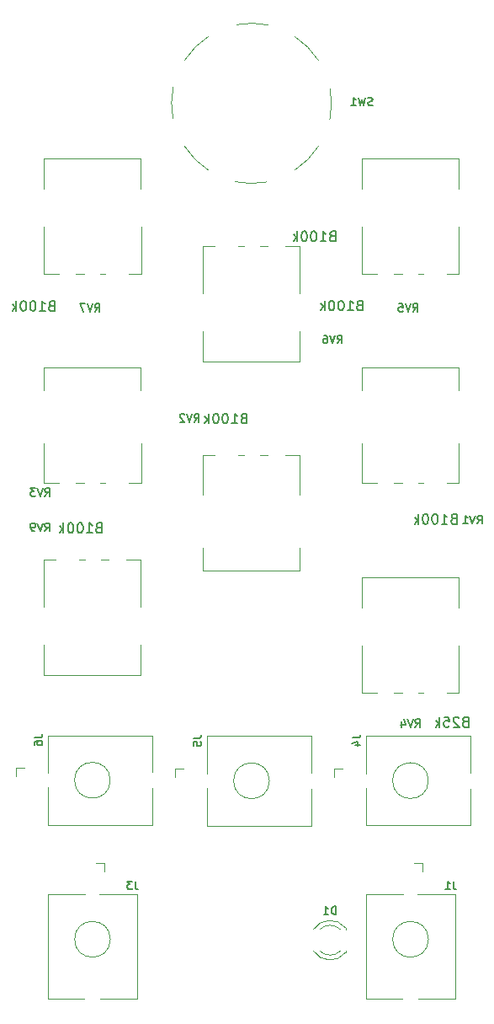
<source format=gbr>
%TF.GenerationSoftware,KiCad,Pcbnew,9.0.6*%
%TF.CreationDate,2025-12-30T09:15:01+01:00*%
%TF.ProjectId,FV1 V3,46563120-5633-42e6-9b69-6361645f7063,rev?*%
%TF.SameCoordinates,Original*%
%TF.FileFunction,Legend,Bot*%
%TF.FilePolarity,Positive*%
%FSLAX46Y46*%
G04 Gerber Fmt 4.6, Leading zero omitted, Abs format (unit mm)*
G04 Created by KiCad (PCBNEW 9.0.6) date 2025-12-30 09:15:01*
%MOMM*%
%LPD*%
G01*
G04 APERTURE LIST*
%ADD10C,0.150000*%
%ADD11C,0.120000*%
G04 APERTURE END LIST*
D10*
X189726189Y-96912295D02*
X189992856Y-96531342D01*
X190183332Y-96912295D02*
X190183332Y-96112295D01*
X190183332Y-96112295D02*
X189878570Y-96112295D01*
X189878570Y-96112295D02*
X189802380Y-96150390D01*
X189802380Y-96150390D02*
X189764285Y-96188485D01*
X189764285Y-96188485D02*
X189726189Y-96264676D01*
X189726189Y-96264676D02*
X189726189Y-96378961D01*
X189726189Y-96378961D02*
X189764285Y-96455152D01*
X189764285Y-96455152D02*
X189802380Y-96493247D01*
X189802380Y-96493247D02*
X189878570Y-96531342D01*
X189878570Y-96531342D02*
X190183332Y-96531342D01*
X189497618Y-96112295D02*
X189230951Y-96912295D01*
X189230951Y-96912295D02*
X188964285Y-96112295D01*
X188278571Y-96912295D02*
X188735714Y-96912295D01*
X188507142Y-96912295D02*
X188507142Y-96112295D01*
X188507142Y-96112295D02*
X188583333Y-96226580D01*
X188583333Y-96226580D02*
X188659523Y-96302771D01*
X188659523Y-96302771D02*
X188735714Y-96340866D01*
X187311904Y-96431009D02*
X187169047Y-96478628D01*
X187169047Y-96478628D02*
X187121428Y-96526247D01*
X187121428Y-96526247D02*
X187073809Y-96621485D01*
X187073809Y-96621485D02*
X187073809Y-96764342D01*
X187073809Y-96764342D02*
X187121428Y-96859580D01*
X187121428Y-96859580D02*
X187169047Y-96907200D01*
X187169047Y-96907200D02*
X187264285Y-96954819D01*
X187264285Y-96954819D02*
X187645237Y-96954819D01*
X187645237Y-96954819D02*
X187645237Y-95954819D01*
X187645237Y-95954819D02*
X187311904Y-95954819D01*
X187311904Y-95954819D02*
X187216666Y-96002438D01*
X187216666Y-96002438D02*
X187169047Y-96050057D01*
X187169047Y-96050057D02*
X187121428Y-96145295D01*
X187121428Y-96145295D02*
X187121428Y-96240533D01*
X187121428Y-96240533D02*
X187169047Y-96335771D01*
X187169047Y-96335771D02*
X187216666Y-96383390D01*
X187216666Y-96383390D02*
X187311904Y-96431009D01*
X187311904Y-96431009D02*
X187645237Y-96431009D01*
X186121428Y-96954819D02*
X186692856Y-96954819D01*
X186407142Y-96954819D02*
X186407142Y-95954819D01*
X186407142Y-95954819D02*
X186502380Y-96097676D01*
X186502380Y-96097676D02*
X186597618Y-96192914D01*
X186597618Y-96192914D02*
X186692856Y-96240533D01*
X185502380Y-95954819D02*
X185407142Y-95954819D01*
X185407142Y-95954819D02*
X185311904Y-96002438D01*
X185311904Y-96002438D02*
X185264285Y-96050057D01*
X185264285Y-96050057D02*
X185216666Y-96145295D01*
X185216666Y-96145295D02*
X185169047Y-96335771D01*
X185169047Y-96335771D02*
X185169047Y-96573866D01*
X185169047Y-96573866D02*
X185216666Y-96764342D01*
X185216666Y-96764342D02*
X185264285Y-96859580D01*
X185264285Y-96859580D02*
X185311904Y-96907200D01*
X185311904Y-96907200D02*
X185407142Y-96954819D01*
X185407142Y-96954819D02*
X185502380Y-96954819D01*
X185502380Y-96954819D02*
X185597618Y-96907200D01*
X185597618Y-96907200D02*
X185645237Y-96859580D01*
X185645237Y-96859580D02*
X185692856Y-96764342D01*
X185692856Y-96764342D02*
X185740475Y-96573866D01*
X185740475Y-96573866D02*
X185740475Y-96335771D01*
X185740475Y-96335771D02*
X185692856Y-96145295D01*
X185692856Y-96145295D02*
X185645237Y-96050057D01*
X185645237Y-96050057D02*
X185597618Y-96002438D01*
X185597618Y-96002438D02*
X185502380Y-95954819D01*
X184549999Y-95954819D02*
X184454761Y-95954819D01*
X184454761Y-95954819D02*
X184359523Y-96002438D01*
X184359523Y-96002438D02*
X184311904Y-96050057D01*
X184311904Y-96050057D02*
X184264285Y-96145295D01*
X184264285Y-96145295D02*
X184216666Y-96335771D01*
X184216666Y-96335771D02*
X184216666Y-96573866D01*
X184216666Y-96573866D02*
X184264285Y-96764342D01*
X184264285Y-96764342D02*
X184311904Y-96859580D01*
X184311904Y-96859580D02*
X184359523Y-96907200D01*
X184359523Y-96907200D02*
X184454761Y-96954819D01*
X184454761Y-96954819D02*
X184549999Y-96954819D01*
X184549999Y-96954819D02*
X184645237Y-96907200D01*
X184645237Y-96907200D02*
X184692856Y-96859580D01*
X184692856Y-96859580D02*
X184740475Y-96764342D01*
X184740475Y-96764342D02*
X184788094Y-96573866D01*
X184788094Y-96573866D02*
X184788094Y-96335771D01*
X184788094Y-96335771D02*
X184740475Y-96145295D01*
X184740475Y-96145295D02*
X184692856Y-96050057D01*
X184692856Y-96050057D02*
X184645237Y-96002438D01*
X184645237Y-96002438D02*
X184549999Y-95954819D01*
X183788094Y-96954819D02*
X183788094Y-95954819D01*
X183692856Y-96573866D02*
X183407142Y-96954819D01*
X183407142Y-96288152D02*
X183788094Y-96669104D01*
X161226189Y-86712295D02*
X161492856Y-86331342D01*
X161683332Y-86712295D02*
X161683332Y-85912295D01*
X161683332Y-85912295D02*
X161378570Y-85912295D01*
X161378570Y-85912295D02*
X161302380Y-85950390D01*
X161302380Y-85950390D02*
X161264285Y-85988485D01*
X161264285Y-85988485D02*
X161226189Y-86064676D01*
X161226189Y-86064676D02*
X161226189Y-86178961D01*
X161226189Y-86178961D02*
X161264285Y-86255152D01*
X161264285Y-86255152D02*
X161302380Y-86293247D01*
X161302380Y-86293247D02*
X161378570Y-86331342D01*
X161378570Y-86331342D02*
X161683332Y-86331342D01*
X160997618Y-85912295D02*
X160730951Y-86712295D01*
X160730951Y-86712295D02*
X160464285Y-85912295D01*
X160235714Y-85988485D02*
X160197618Y-85950390D01*
X160197618Y-85950390D02*
X160121428Y-85912295D01*
X160121428Y-85912295D02*
X159930952Y-85912295D01*
X159930952Y-85912295D02*
X159854761Y-85950390D01*
X159854761Y-85950390D02*
X159816666Y-85988485D01*
X159816666Y-85988485D02*
X159778571Y-86064676D01*
X159778571Y-86064676D02*
X159778571Y-86140866D01*
X159778571Y-86140866D02*
X159816666Y-86255152D01*
X159816666Y-86255152D02*
X160273809Y-86712295D01*
X160273809Y-86712295D02*
X159778571Y-86712295D01*
X166211904Y-86331009D02*
X166069047Y-86378628D01*
X166069047Y-86378628D02*
X166021428Y-86426247D01*
X166021428Y-86426247D02*
X165973809Y-86521485D01*
X165973809Y-86521485D02*
X165973809Y-86664342D01*
X165973809Y-86664342D02*
X166021428Y-86759580D01*
X166021428Y-86759580D02*
X166069047Y-86807200D01*
X166069047Y-86807200D02*
X166164285Y-86854819D01*
X166164285Y-86854819D02*
X166545237Y-86854819D01*
X166545237Y-86854819D02*
X166545237Y-85854819D01*
X166545237Y-85854819D02*
X166211904Y-85854819D01*
X166211904Y-85854819D02*
X166116666Y-85902438D01*
X166116666Y-85902438D02*
X166069047Y-85950057D01*
X166069047Y-85950057D02*
X166021428Y-86045295D01*
X166021428Y-86045295D02*
X166021428Y-86140533D01*
X166021428Y-86140533D02*
X166069047Y-86235771D01*
X166069047Y-86235771D02*
X166116666Y-86283390D01*
X166116666Y-86283390D02*
X166211904Y-86331009D01*
X166211904Y-86331009D02*
X166545237Y-86331009D01*
X165021428Y-86854819D02*
X165592856Y-86854819D01*
X165307142Y-86854819D02*
X165307142Y-85854819D01*
X165307142Y-85854819D02*
X165402380Y-85997676D01*
X165402380Y-85997676D02*
X165497618Y-86092914D01*
X165497618Y-86092914D02*
X165592856Y-86140533D01*
X164402380Y-85854819D02*
X164307142Y-85854819D01*
X164307142Y-85854819D02*
X164211904Y-85902438D01*
X164211904Y-85902438D02*
X164164285Y-85950057D01*
X164164285Y-85950057D02*
X164116666Y-86045295D01*
X164116666Y-86045295D02*
X164069047Y-86235771D01*
X164069047Y-86235771D02*
X164069047Y-86473866D01*
X164069047Y-86473866D02*
X164116666Y-86664342D01*
X164116666Y-86664342D02*
X164164285Y-86759580D01*
X164164285Y-86759580D02*
X164211904Y-86807200D01*
X164211904Y-86807200D02*
X164307142Y-86854819D01*
X164307142Y-86854819D02*
X164402380Y-86854819D01*
X164402380Y-86854819D02*
X164497618Y-86807200D01*
X164497618Y-86807200D02*
X164545237Y-86759580D01*
X164545237Y-86759580D02*
X164592856Y-86664342D01*
X164592856Y-86664342D02*
X164640475Y-86473866D01*
X164640475Y-86473866D02*
X164640475Y-86235771D01*
X164640475Y-86235771D02*
X164592856Y-86045295D01*
X164592856Y-86045295D02*
X164545237Y-85950057D01*
X164545237Y-85950057D02*
X164497618Y-85902438D01*
X164497618Y-85902438D02*
X164402380Y-85854819D01*
X163449999Y-85854819D02*
X163354761Y-85854819D01*
X163354761Y-85854819D02*
X163259523Y-85902438D01*
X163259523Y-85902438D02*
X163211904Y-85950057D01*
X163211904Y-85950057D02*
X163164285Y-86045295D01*
X163164285Y-86045295D02*
X163116666Y-86235771D01*
X163116666Y-86235771D02*
X163116666Y-86473866D01*
X163116666Y-86473866D02*
X163164285Y-86664342D01*
X163164285Y-86664342D02*
X163211904Y-86759580D01*
X163211904Y-86759580D02*
X163259523Y-86807200D01*
X163259523Y-86807200D02*
X163354761Y-86854819D01*
X163354761Y-86854819D02*
X163449999Y-86854819D01*
X163449999Y-86854819D02*
X163545237Y-86807200D01*
X163545237Y-86807200D02*
X163592856Y-86759580D01*
X163592856Y-86759580D02*
X163640475Y-86664342D01*
X163640475Y-86664342D02*
X163688094Y-86473866D01*
X163688094Y-86473866D02*
X163688094Y-86235771D01*
X163688094Y-86235771D02*
X163640475Y-86045295D01*
X163640475Y-86045295D02*
X163592856Y-85950057D01*
X163592856Y-85950057D02*
X163545237Y-85902438D01*
X163545237Y-85902438D02*
X163449999Y-85854819D01*
X162688094Y-86854819D02*
X162688094Y-85854819D01*
X162592856Y-86473866D02*
X162307142Y-86854819D01*
X162307142Y-86188152D02*
X162688094Y-86569104D01*
X175626189Y-78812295D02*
X175892856Y-78431342D01*
X176083332Y-78812295D02*
X176083332Y-78012295D01*
X176083332Y-78012295D02*
X175778570Y-78012295D01*
X175778570Y-78012295D02*
X175702380Y-78050390D01*
X175702380Y-78050390D02*
X175664285Y-78088485D01*
X175664285Y-78088485D02*
X175626189Y-78164676D01*
X175626189Y-78164676D02*
X175626189Y-78278961D01*
X175626189Y-78278961D02*
X175664285Y-78355152D01*
X175664285Y-78355152D02*
X175702380Y-78393247D01*
X175702380Y-78393247D02*
X175778570Y-78431342D01*
X175778570Y-78431342D02*
X176083332Y-78431342D01*
X175397618Y-78012295D02*
X175130951Y-78812295D01*
X175130951Y-78812295D02*
X174864285Y-78012295D01*
X174254761Y-78012295D02*
X174407142Y-78012295D01*
X174407142Y-78012295D02*
X174483333Y-78050390D01*
X174483333Y-78050390D02*
X174521428Y-78088485D01*
X174521428Y-78088485D02*
X174597618Y-78202771D01*
X174597618Y-78202771D02*
X174635714Y-78355152D01*
X174635714Y-78355152D02*
X174635714Y-78659914D01*
X174635714Y-78659914D02*
X174597618Y-78736104D01*
X174597618Y-78736104D02*
X174559523Y-78774200D01*
X174559523Y-78774200D02*
X174483333Y-78812295D01*
X174483333Y-78812295D02*
X174330952Y-78812295D01*
X174330952Y-78812295D02*
X174254761Y-78774200D01*
X174254761Y-78774200D02*
X174216666Y-78736104D01*
X174216666Y-78736104D02*
X174178571Y-78659914D01*
X174178571Y-78659914D02*
X174178571Y-78469438D01*
X174178571Y-78469438D02*
X174216666Y-78393247D01*
X174216666Y-78393247D02*
X174254761Y-78355152D01*
X174254761Y-78355152D02*
X174330952Y-78317057D01*
X174330952Y-78317057D02*
X174483333Y-78317057D01*
X174483333Y-78317057D02*
X174559523Y-78355152D01*
X174559523Y-78355152D02*
X174597618Y-78393247D01*
X174597618Y-78393247D02*
X174635714Y-78469438D01*
X175111904Y-68031009D02*
X174969047Y-68078628D01*
X174969047Y-68078628D02*
X174921428Y-68126247D01*
X174921428Y-68126247D02*
X174873809Y-68221485D01*
X174873809Y-68221485D02*
X174873809Y-68364342D01*
X174873809Y-68364342D02*
X174921428Y-68459580D01*
X174921428Y-68459580D02*
X174969047Y-68507200D01*
X174969047Y-68507200D02*
X175064285Y-68554819D01*
X175064285Y-68554819D02*
X175445237Y-68554819D01*
X175445237Y-68554819D02*
X175445237Y-67554819D01*
X175445237Y-67554819D02*
X175111904Y-67554819D01*
X175111904Y-67554819D02*
X175016666Y-67602438D01*
X175016666Y-67602438D02*
X174969047Y-67650057D01*
X174969047Y-67650057D02*
X174921428Y-67745295D01*
X174921428Y-67745295D02*
X174921428Y-67840533D01*
X174921428Y-67840533D02*
X174969047Y-67935771D01*
X174969047Y-67935771D02*
X175016666Y-67983390D01*
X175016666Y-67983390D02*
X175111904Y-68031009D01*
X175111904Y-68031009D02*
X175445237Y-68031009D01*
X173921428Y-68554819D02*
X174492856Y-68554819D01*
X174207142Y-68554819D02*
X174207142Y-67554819D01*
X174207142Y-67554819D02*
X174302380Y-67697676D01*
X174302380Y-67697676D02*
X174397618Y-67792914D01*
X174397618Y-67792914D02*
X174492856Y-67840533D01*
X173302380Y-67554819D02*
X173207142Y-67554819D01*
X173207142Y-67554819D02*
X173111904Y-67602438D01*
X173111904Y-67602438D02*
X173064285Y-67650057D01*
X173064285Y-67650057D02*
X173016666Y-67745295D01*
X173016666Y-67745295D02*
X172969047Y-67935771D01*
X172969047Y-67935771D02*
X172969047Y-68173866D01*
X172969047Y-68173866D02*
X173016666Y-68364342D01*
X173016666Y-68364342D02*
X173064285Y-68459580D01*
X173064285Y-68459580D02*
X173111904Y-68507200D01*
X173111904Y-68507200D02*
X173207142Y-68554819D01*
X173207142Y-68554819D02*
X173302380Y-68554819D01*
X173302380Y-68554819D02*
X173397618Y-68507200D01*
X173397618Y-68507200D02*
X173445237Y-68459580D01*
X173445237Y-68459580D02*
X173492856Y-68364342D01*
X173492856Y-68364342D02*
X173540475Y-68173866D01*
X173540475Y-68173866D02*
X173540475Y-67935771D01*
X173540475Y-67935771D02*
X173492856Y-67745295D01*
X173492856Y-67745295D02*
X173445237Y-67650057D01*
X173445237Y-67650057D02*
X173397618Y-67602438D01*
X173397618Y-67602438D02*
X173302380Y-67554819D01*
X172349999Y-67554819D02*
X172254761Y-67554819D01*
X172254761Y-67554819D02*
X172159523Y-67602438D01*
X172159523Y-67602438D02*
X172111904Y-67650057D01*
X172111904Y-67650057D02*
X172064285Y-67745295D01*
X172064285Y-67745295D02*
X172016666Y-67935771D01*
X172016666Y-67935771D02*
X172016666Y-68173866D01*
X172016666Y-68173866D02*
X172064285Y-68364342D01*
X172064285Y-68364342D02*
X172111904Y-68459580D01*
X172111904Y-68459580D02*
X172159523Y-68507200D01*
X172159523Y-68507200D02*
X172254761Y-68554819D01*
X172254761Y-68554819D02*
X172349999Y-68554819D01*
X172349999Y-68554819D02*
X172445237Y-68507200D01*
X172445237Y-68507200D02*
X172492856Y-68459580D01*
X172492856Y-68459580D02*
X172540475Y-68364342D01*
X172540475Y-68364342D02*
X172588094Y-68173866D01*
X172588094Y-68173866D02*
X172588094Y-67935771D01*
X172588094Y-67935771D02*
X172540475Y-67745295D01*
X172540475Y-67745295D02*
X172492856Y-67650057D01*
X172492856Y-67650057D02*
X172445237Y-67602438D01*
X172445237Y-67602438D02*
X172349999Y-67554819D01*
X171588094Y-68554819D02*
X171588094Y-67554819D01*
X171492856Y-68173866D02*
X171207142Y-68554819D01*
X171207142Y-67888152D02*
X171588094Y-68269104D01*
X151234189Y-75642295D02*
X151500856Y-75261342D01*
X151691332Y-75642295D02*
X151691332Y-74842295D01*
X151691332Y-74842295D02*
X151386570Y-74842295D01*
X151386570Y-74842295D02*
X151310380Y-74880390D01*
X151310380Y-74880390D02*
X151272285Y-74918485D01*
X151272285Y-74918485D02*
X151234189Y-74994676D01*
X151234189Y-74994676D02*
X151234189Y-75108961D01*
X151234189Y-75108961D02*
X151272285Y-75185152D01*
X151272285Y-75185152D02*
X151310380Y-75223247D01*
X151310380Y-75223247D02*
X151386570Y-75261342D01*
X151386570Y-75261342D02*
X151691332Y-75261342D01*
X151005618Y-74842295D02*
X150738951Y-75642295D01*
X150738951Y-75642295D02*
X150472285Y-74842295D01*
X150281809Y-74842295D02*
X149748475Y-74842295D01*
X149748475Y-74842295D02*
X150091333Y-75642295D01*
X146861904Y-75031009D02*
X146719047Y-75078628D01*
X146719047Y-75078628D02*
X146671428Y-75126247D01*
X146671428Y-75126247D02*
X146623809Y-75221485D01*
X146623809Y-75221485D02*
X146623809Y-75364342D01*
X146623809Y-75364342D02*
X146671428Y-75459580D01*
X146671428Y-75459580D02*
X146719047Y-75507200D01*
X146719047Y-75507200D02*
X146814285Y-75554819D01*
X146814285Y-75554819D02*
X147195237Y-75554819D01*
X147195237Y-75554819D02*
X147195237Y-74554819D01*
X147195237Y-74554819D02*
X146861904Y-74554819D01*
X146861904Y-74554819D02*
X146766666Y-74602438D01*
X146766666Y-74602438D02*
X146719047Y-74650057D01*
X146719047Y-74650057D02*
X146671428Y-74745295D01*
X146671428Y-74745295D02*
X146671428Y-74840533D01*
X146671428Y-74840533D02*
X146719047Y-74935771D01*
X146719047Y-74935771D02*
X146766666Y-74983390D01*
X146766666Y-74983390D02*
X146861904Y-75031009D01*
X146861904Y-75031009D02*
X147195237Y-75031009D01*
X145671428Y-75554819D02*
X146242856Y-75554819D01*
X145957142Y-75554819D02*
X145957142Y-74554819D01*
X145957142Y-74554819D02*
X146052380Y-74697676D01*
X146052380Y-74697676D02*
X146147618Y-74792914D01*
X146147618Y-74792914D02*
X146242856Y-74840533D01*
X145052380Y-74554819D02*
X144957142Y-74554819D01*
X144957142Y-74554819D02*
X144861904Y-74602438D01*
X144861904Y-74602438D02*
X144814285Y-74650057D01*
X144814285Y-74650057D02*
X144766666Y-74745295D01*
X144766666Y-74745295D02*
X144719047Y-74935771D01*
X144719047Y-74935771D02*
X144719047Y-75173866D01*
X144719047Y-75173866D02*
X144766666Y-75364342D01*
X144766666Y-75364342D02*
X144814285Y-75459580D01*
X144814285Y-75459580D02*
X144861904Y-75507200D01*
X144861904Y-75507200D02*
X144957142Y-75554819D01*
X144957142Y-75554819D02*
X145052380Y-75554819D01*
X145052380Y-75554819D02*
X145147618Y-75507200D01*
X145147618Y-75507200D02*
X145195237Y-75459580D01*
X145195237Y-75459580D02*
X145242856Y-75364342D01*
X145242856Y-75364342D02*
X145290475Y-75173866D01*
X145290475Y-75173866D02*
X145290475Y-74935771D01*
X145290475Y-74935771D02*
X145242856Y-74745295D01*
X145242856Y-74745295D02*
X145195237Y-74650057D01*
X145195237Y-74650057D02*
X145147618Y-74602438D01*
X145147618Y-74602438D02*
X145052380Y-74554819D01*
X144099999Y-74554819D02*
X144004761Y-74554819D01*
X144004761Y-74554819D02*
X143909523Y-74602438D01*
X143909523Y-74602438D02*
X143861904Y-74650057D01*
X143861904Y-74650057D02*
X143814285Y-74745295D01*
X143814285Y-74745295D02*
X143766666Y-74935771D01*
X143766666Y-74935771D02*
X143766666Y-75173866D01*
X143766666Y-75173866D02*
X143814285Y-75364342D01*
X143814285Y-75364342D02*
X143861904Y-75459580D01*
X143861904Y-75459580D02*
X143909523Y-75507200D01*
X143909523Y-75507200D02*
X144004761Y-75554819D01*
X144004761Y-75554819D02*
X144099999Y-75554819D01*
X144099999Y-75554819D02*
X144195237Y-75507200D01*
X144195237Y-75507200D02*
X144242856Y-75459580D01*
X144242856Y-75459580D02*
X144290475Y-75364342D01*
X144290475Y-75364342D02*
X144338094Y-75173866D01*
X144338094Y-75173866D02*
X144338094Y-74935771D01*
X144338094Y-74935771D02*
X144290475Y-74745295D01*
X144290475Y-74745295D02*
X144242856Y-74650057D01*
X144242856Y-74650057D02*
X144195237Y-74602438D01*
X144195237Y-74602438D02*
X144099999Y-74554819D01*
X143338094Y-75554819D02*
X143338094Y-74554819D01*
X143242856Y-75173866D02*
X142957142Y-75554819D01*
X142957142Y-74888152D02*
X143338094Y-75269104D01*
X187296666Y-132842295D02*
X187296666Y-133413723D01*
X187296666Y-133413723D02*
X187334761Y-133528009D01*
X187334761Y-133528009D02*
X187410952Y-133604200D01*
X187410952Y-133604200D02*
X187525237Y-133642295D01*
X187525237Y-133642295D02*
X187601428Y-133642295D01*
X186496666Y-133642295D02*
X186953809Y-133642295D01*
X186725237Y-133642295D02*
X186725237Y-132842295D01*
X186725237Y-132842295D02*
X186801428Y-132956580D01*
X186801428Y-132956580D02*
X186877618Y-133032771D01*
X186877618Y-133032771D02*
X186953809Y-133070866D01*
X155296666Y-132842295D02*
X155296666Y-133413723D01*
X155296666Y-133413723D02*
X155334761Y-133528009D01*
X155334761Y-133528009D02*
X155410952Y-133604200D01*
X155410952Y-133604200D02*
X155525237Y-133642295D01*
X155525237Y-133642295D02*
X155601428Y-133642295D01*
X154991904Y-132842295D02*
X154496666Y-132842295D01*
X154496666Y-132842295D02*
X154763332Y-133147057D01*
X154763332Y-133147057D02*
X154649047Y-133147057D01*
X154649047Y-133147057D02*
X154572856Y-133185152D01*
X154572856Y-133185152D02*
X154534761Y-133223247D01*
X154534761Y-133223247D02*
X154496666Y-133299438D01*
X154496666Y-133299438D02*
X154496666Y-133489914D01*
X154496666Y-133489914D02*
X154534761Y-133566104D01*
X154534761Y-133566104D02*
X154572856Y-133604200D01*
X154572856Y-133604200D02*
X154649047Y-133642295D01*
X154649047Y-133642295D02*
X154877618Y-133642295D01*
X154877618Y-133642295D02*
X154953809Y-133604200D01*
X154953809Y-133604200D02*
X154991904Y-133566104D01*
X161162295Y-118463333D02*
X161733723Y-118463333D01*
X161733723Y-118463333D02*
X161848009Y-118425238D01*
X161848009Y-118425238D02*
X161924200Y-118349047D01*
X161924200Y-118349047D02*
X161962295Y-118234762D01*
X161962295Y-118234762D02*
X161962295Y-118158571D01*
X161162295Y-119225238D02*
X161162295Y-118844286D01*
X161162295Y-118844286D02*
X161543247Y-118806190D01*
X161543247Y-118806190D02*
X161505152Y-118844286D01*
X161505152Y-118844286D02*
X161467057Y-118920476D01*
X161467057Y-118920476D02*
X161467057Y-119110952D01*
X161467057Y-119110952D02*
X161505152Y-119187143D01*
X161505152Y-119187143D02*
X161543247Y-119225238D01*
X161543247Y-119225238D02*
X161619438Y-119263333D01*
X161619438Y-119263333D02*
X161809914Y-119263333D01*
X161809914Y-119263333D02*
X161886104Y-119225238D01*
X161886104Y-119225238D02*
X161924200Y-119187143D01*
X161924200Y-119187143D02*
X161962295Y-119110952D01*
X161962295Y-119110952D02*
X161962295Y-118920476D01*
X161962295Y-118920476D02*
X161924200Y-118844286D01*
X161924200Y-118844286D02*
X161886104Y-118806190D01*
X146226189Y-97662295D02*
X146492856Y-97281342D01*
X146683332Y-97662295D02*
X146683332Y-96862295D01*
X146683332Y-96862295D02*
X146378570Y-96862295D01*
X146378570Y-96862295D02*
X146302380Y-96900390D01*
X146302380Y-96900390D02*
X146264285Y-96938485D01*
X146264285Y-96938485D02*
X146226189Y-97014676D01*
X146226189Y-97014676D02*
X146226189Y-97128961D01*
X146226189Y-97128961D02*
X146264285Y-97205152D01*
X146264285Y-97205152D02*
X146302380Y-97243247D01*
X146302380Y-97243247D02*
X146378570Y-97281342D01*
X146378570Y-97281342D02*
X146683332Y-97281342D01*
X145997618Y-96862295D02*
X145730951Y-97662295D01*
X145730951Y-97662295D02*
X145464285Y-96862295D01*
X145159523Y-97662295D02*
X145007142Y-97662295D01*
X145007142Y-97662295D02*
X144930952Y-97624200D01*
X144930952Y-97624200D02*
X144892856Y-97586104D01*
X144892856Y-97586104D02*
X144816666Y-97471819D01*
X144816666Y-97471819D02*
X144778571Y-97319438D01*
X144778571Y-97319438D02*
X144778571Y-97014676D01*
X144778571Y-97014676D02*
X144816666Y-96938485D01*
X144816666Y-96938485D02*
X144854761Y-96900390D01*
X144854761Y-96900390D02*
X144930952Y-96862295D01*
X144930952Y-96862295D02*
X145083333Y-96862295D01*
X145083333Y-96862295D02*
X145159523Y-96900390D01*
X145159523Y-96900390D02*
X145197618Y-96938485D01*
X145197618Y-96938485D02*
X145235714Y-97014676D01*
X145235714Y-97014676D02*
X145235714Y-97205152D01*
X145235714Y-97205152D02*
X145197618Y-97281342D01*
X145197618Y-97281342D02*
X145159523Y-97319438D01*
X145159523Y-97319438D02*
X145083333Y-97357533D01*
X145083333Y-97357533D02*
X144930952Y-97357533D01*
X144930952Y-97357533D02*
X144854761Y-97319438D01*
X144854761Y-97319438D02*
X144816666Y-97281342D01*
X144816666Y-97281342D02*
X144778571Y-97205152D01*
X151611904Y-97331009D02*
X151469047Y-97378628D01*
X151469047Y-97378628D02*
X151421428Y-97426247D01*
X151421428Y-97426247D02*
X151373809Y-97521485D01*
X151373809Y-97521485D02*
X151373809Y-97664342D01*
X151373809Y-97664342D02*
X151421428Y-97759580D01*
X151421428Y-97759580D02*
X151469047Y-97807200D01*
X151469047Y-97807200D02*
X151564285Y-97854819D01*
X151564285Y-97854819D02*
X151945237Y-97854819D01*
X151945237Y-97854819D02*
X151945237Y-96854819D01*
X151945237Y-96854819D02*
X151611904Y-96854819D01*
X151611904Y-96854819D02*
X151516666Y-96902438D01*
X151516666Y-96902438D02*
X151469047Y-96950057D01*
X151469047Y-96950057D02*
X151421428Y-97045295D01*
X151421428Y-97045295D02*
X151421428Y-97140533D01*
X151421428Y-97140533D02*
X151469047Y-97235771D01*
X151469047Y-97235771D02*
X151516666Y-97283390D01*
X151516666Y-97283390D02*
X151611904Y-97331009D01*
X151611904Y-97331009D02*
X151945237Y-97331009D01*
X150421428Y-97854819D02*
X150992856Y-97854819D01*
X150707142Y-97854819D02*
X150707142Y-96854819D01*
X150707142Y-96854819D02*
X150802380Y-96997676D01*
X150802380Y-96997676D02*
X150897618Y-97092914D01*
X150897618Y-97092914D02*
X150992856Y-97140533D01*
X149802380Y-96854819D02*
X149707142Y-96854819D01*
X149707142Y-96854819D02*
X149611904Y-96902438D01*
X149611904Y-96902438D02*
X149564285Y-96950057D01*
X149564285Y-96950057D02*
X149516666Y-97045295D01*
X149516666Y-97045295D02*
X149469047Y-97235771D01*
X149469047Y-97235771D02*
X149469047Y-97473866D01*
X149469047Y-97473866D02*
X149516666Y-97664342D01*
X149516666Y-97664342D02*
X149564285Y-97759580D01*
X149564285Y-97759580D02*
X149611904Y-97807200D01*
X149611904Y-97807200D02*
X149707142Y-97854819D01*
X149707142Y-97854819D02*
X149802380Y-97854819D01*
X149802380Y-97854819D02*
X149897618Y-97807200D01*
X149897618Y-97807200D02*
X149945237Y-97759580D01*
X149945237Y-97759580D02*
X149992856Y-97664342D01*
X149992856Y-97664342D02*
X150040475Y-97473866D01*
X150040475Y-97473866D02*
X150040475Y-97235771D01*
X150040475Y-97235771D02*
X149992856Y-97045295D01*
X149992856Y-97045295D02*
X149945237Y-96950057D01*
X149945237Y-96950057D02*
X149897618Y-96902438D01*
X149897618Y-96902438D02*
X149802380Y-96854819D01*
X148849999Y-96854819D02*
X148754761Y-96854819D01*
X148754761Y-96854819D02*
X148659523Y-96902438D01*
X148659523Y-96902438D02*
X148611904Y-96950057D01*
X148611904Y-96950057D02*
X148564285Y-97045295D01*
X148564285Y-97045295D02*
X148516666Y-97235771D01*
X148516666Y-97235771D02*
X148516666Y-97473866D01*
X148516666Y-97473866D02*
X148564285Y-97664342D01*
X148564285Y-97664342D02*
X148611904Y-97759580D01*
X148611904Y-97759580D02*
X148659523Y-97807200D01*
X148659523Y-97807200D02*
X148754761Y-97854819D01*
X148754761Y-97854819D02*
X148849999Y-97854819D01*
X148849999Y-97854819D02*
X148945237Y-97807200D01*
X148945237Y-97807200D02*
X148992856Y-97759580D01*
X148992856Y-97759580D02*
X149040475Y-97664342D01*
X149040475Y-97664342D02*
X149088094Y-97473866D01*
X149088094Y-97473866D02*
X149088094Y-97235771D01*
X149088094Y-97235771D02*
X149040475Y-97045295D01*
X149040475Y-97045295D02*
X148992856Y-96950057D01*
X148992856Y-96950057D02*
X148945237Y-96902438D01*
X148945237Y-96902438D02*
X148849999Y-96854819D01*
X148088094Y-97854819D02*
X148088094Y-96854819D01*
X147992856Y-97473866D02*
X147707142Y-97854819D01*
X147707142Y-97188152D02*
X148088094Y-97569104D01*
X146226189Y-94162295D02*
X146492856Y-93781342D01*
X146683332Y-94162295D02*
X146683332Y-93362295D01*
X146683332Y-93362295D02*
X146378570Y-93362295D01*
X146378570Y-93362295D02*
X146302380Y-93400390D01*
X146302380Y-93400390D02*
X146264285Y-93438485D01*
X146264285Y-93438485D02*
X146226189Y-93514676D01*
X146226189Y-93514676D02*
X146226189Y-93628961D01*
X146226189Y-93628961D02*
X146264285Y-93705152D01*
X146264285Y-93705152D02*
X146302380Y-93743247D01*
X146302380Y-93743247D02*
X146378570Y-93781342D01*
X146378570Y-93781342D02*
X146683332Y-93781342D01*
X145997618Y-93362295D02*
X145730951Y-94162295D01*
X145730951Y-94162295D02*
X145464285Y-93362295D01*
X145273809Y-93362295D02*
X144778571Y-93362295D01*
X144778571Y-93362295D02*
X145045237Y-93667057D01*
X145045237Y-93667057D02*
X144930952Y-93667057D01*
X144930952Y-93667057D02*
X144854761Y-93705152D01*
X144854761Y-93705152D02*
X144816666Y-93743247D01*
X144816666Y-93743247D02*
X144778571Y-93819438D01*
X144778571Y-93819438D02*
X144778571Y-94009914D01*
X144778571Y-94009914D02*
X144816666Y-94086104D01*
X144816666Y-94086104D02*
X144854761Y-94124200D01*
X144854761Y-94124200D02*
X144930952Y-94162295D01*
X144930952Y-94162295D02*
X145159523Y-94162295D01*
X145159523Y-94162295D02*
X145235714Y-94124200D01*
X145235714Y-94124200D02*
X145273809Y-94086104D01*
X183234189Y-75642295D02*
X183500856Y-75261342D01*
X183691332Y-75642295D02*
X183691332Y-74842295D01*
X183691332Y-74842295D02*
X183386570Y-74842295D01*
X183386570Y-74842295D02*
X183310380Y-74880390D01*
X183310380Y-74880390D02*
X183272285Y-74918485D01*
X183272285Y-74918485D02*
X183234189Y-74994676D01*
X183234189Y-74994676D02*
X183234189Y-75108961D01*
X183234189Y-75108961D02*
X183272285Y-75185152D01*
X183272285Y-75185152D02*
X183310380Y-75223247D01*
X183310380Y-75223247D02*
X183386570Y-75261342D01*
X183386570Y-75261342D02*
X183691332Y-75261342D01*
X183005618Y-74842295D02*
X182738951Y-75642295D01*
X182738951Y-75642295D02*
X182472285Y-74842295D01*
X181824666Y-74842295D02*
X182205618Y-74842295D01*
X182205618Y-74842295D02*
X182243714Y-75223247D01*
X182243714Y-75223247D02*
X182205618Y-75185152D01*
X182205618Y-75185152D02*
X182129428Y-75147057D01*
X182129428Y-75147057D02*
X181938952Y-75147057D01*
X181938952Y-75147057D02*
X181862761Y-75185152D01*
X181862761Y-75185152D02*
X181824666Y-75223247D01*
X181824666Y-75223247D02*
X181786571Y-75299438D01*
X181786571Y-75299438D02*
X181786571Y-75489914D01*
X181786571Y-75489914D02*
X181824666Y-75566104D01*
X181824666Y-75566104D02*
X181862761Y-75604200D01*
X181862761Y-75604200D02*
X181938952Y-75642295D01*
X181938952Y-75642295D02*
X182129428Y-75642295D01*
X182129428Y-75642295D02*
X182205618Y-75604200D01*
X182205618Y-75604200D02*
X182243714Y-75566104D01*
X177861904Y-74981009D02*
X177719047Y-75028628D01*
X177719047Y-75028628D02*
X177671428Y-75076247D01*
X177671428Y-75076247D02*
X177623809Y-75171485D01*
X177623809Y-75171485D02*
X177623809Y-75314342D01*
X177623809Y-75314342D02*
X177671428Y-75409580D01*
X177671428Y-75409580D02*
X177719047Y-75457200D01*
X177719047Y-75457200D02*
X177814285Y-75504819D01*
X177814285Y-75504819D02*
X178195237Y-75504819D01*
X178195237Y-75504819D02*
X178195237Y-74504819D01*
X178195237Y-74504819D02*
X177861904Y-74504819D01*
X177861904Y-74504819D02*
X177766666Y-74552438D01*
X177766666Y-74552438D02*
X177719047Y-74600057D01*
X177719047Y-74600057D02*
X177671428Y-74695295D01*
X177671428Y-74695295D02*
X177671428Y-74790533D01*
X177671428Y-74790533D02*
X177719047Y-74885771D01*
X177719047Y-74885771D02*
X177766666Y-74933390D01*
X177766666Y-74933390D02*
X177861904Y-74981009D01*
X177861904Y-74981009D02*
X178195237Y-74981009D01*
X176671428Y-75504819D02*
X177242856Y-75504819D01*
X176957142Y-75504819D02*
X176957142Y-74504819D01*
X176957142Y-74504819D02*
X177052380Y-74647676D01*
X177052380Y-74647676D02*
X177147618Y-74742914D01*
X177147618Y-74742914D02*
X177242856Y-74790533D01*
X176052380Y-74504819D02*
X175957142Y-74504819D01*
X175957142Y-74504819D02*
X175861904Y-74552438D01*
X175861904Y-74552438D02*
X175814285Y-74600057D01*
X175814285Y-74600057D02*
X175766666Y-74695295D01*
X175766666Y-74695295D02*
X175719047Y-74885771D01*
X175719047Y-74885771D02*
X175719047Y-75123866D01*
X175719047Y-75123866D02*
X175766666Y-75314342D01*
X175766666Y-75314342D02*
X175814285Y-75409580D01*
X175814285Y-75409580D02*
X175861904Y-75457200D01*
X175861904Y-75457200D02*
X175957142Y-75504819D01*
X175957142Y-75504819D02*
X176052380Y-75504819D01*
X176052380Y-75504819D02*
X176147618Y-75457200D01*
X176147618Y-75457200D02*
X176195237Y-75409580D01*
X176195237Y-75409580D02*
X176242856Y-75314342D01*
X176242856Y-75314342D02*
X176290475Y-75123866D01*
X176290475Y-75123866D02*
X176290475Y-74885771D01*
X176290475Y-74885771D02*
X176242856Y-74695295D01*
X176242856Y-74695295D02*
X176195237Y-74600057D01*
X176195237Y-74600057D02*
X176147618Y-74552438D01*
X176147618Y-74552438D02*
X176052380Y-74504819D01*
X175099999Y-74504819D02*
X175004761Y-74504819D01*
X175004761Y-74504819D02*
X174909523Y-74552438D01*
X174909523Y-74552438D02*
X174861904Y-74600057D01*
X174861904Y-74600057D02*
X174814285Y-74695295D01*
X174814285Y-74695295D02*
X174766666Y-74885771D01*
X174766666Y-74885771D02*
X174766666Y-75123866D01*
X174766666Y-75123866D02*
X174814285Y-75314342D01*
X174814285Y-75314342D02*
X174861904Y-75409580D01*
X174861904Y-75409580D02*
X174909523Y-75457200D01*
X174909523Y-75457200D02*
X175004761Y-75504819D01*
X175004761Y-75504819D02*
X175099999Y-75504819D01*
X175099999Y-75504819D02*
X175195237Y-75457200D01*
X175195237Y-75457200D02*
X175242856Y-75409580D01*
X175242856Y-75409580D02*
X175290475Y-75314342D01*
X175290475Y-75314342D02*
X175338094Y-75123866D01*
X175338094Y-75123866D02*
X175338094Y-74885771D01*
X175338094Y-74885771D02*
X175290475Y-74695295D01*
X175290475Y-74695295D02*
X175242856Y-74600057D01*
X175242856Y-74600057D02*
X175195237Y-74552438D01*
X175195237Y-74552438D02*
X175099999Y-74504819D01*
X174338094Y-75504819D02*
X174338094Y-74504819D01*
X174242856Y-75123866D02*
X173957142Y-75504819D01*
X173957142Y-74838152D02*
X174338094Y-75219104D01*
X179166667Y-54874200D02*
X179052381Y-54912295D01*
X179052381Y-54912295D02*
X178861905Y-54912295D01*
X178861905Y-54912295D02*
X178785714Y-54874200D01*
X178785714Y-54874200D02*
X178747619Y-54836104D01*
X178747619Y-54836104D02*
X178709524Y-54759914D01*
X178709524Y-54759914D02*
X178709524Y-54683723D01*
X178709524Y-54683723D02*
X178747619Y-54607533D01*
X178747619Y-54607533D02*
X178785714Y-54569438D01*
X178785714Y-54569438D02*
X178861905Y-54531342D01*
X178861905Y-54531342D02*
X179014286Y-54493247D01*
X179014286Y-54493247D02*
X179090476Y-54455152D01*
X179090476Y-54455152D02*
X179128571Y-54417057D01*
X179128571Y-54417057D02*
X179166667Y-54340866D01*
X179166667Y-54340866D02*
X179166667Y-54264676D01*
X179166667Y-54264676D02*
X179128571Y-54188485D01*
X179128571Y-54188485D02*
X179090476Y-54150390D01*
X179090476Y-54150390D02*
X179014286Y-54112295D01*
X179014286Y-54112295D02*
X178823809Y-54112295D01*
X178823809Y-54112295D02*
X178709524Y-54150390D01*
X178442857Y-54112295D02*
X178252381Y-54912295D01*
X178252381Y-54912295D02*
X178100000Y-54340866D01*
X178100000Y-54340866D02*
X177947619Y-54912295D01*
X177947619Y-54912295D02*
X177757143Y-54112295D01*
X177033333Y-54912295D02*
X177490476Y-54912295D01*
X177261904Y-54912295D02*
X177261904Y-54112295D01*
X177261904Y-54112295D02*
X177338095Y-54226580D01*
X177338095Y-54226580D02*
X177414285Y-54302771D01*
X177414285Y-54302771D02*
X177490476Y-54340866D01*
X145152295Y-118403333D02*
X145723723Y-118403333D01*
X145723723Y-118403333D02*
X145838009Y-118365238D01*
X145838009Y-118365238D02*
X145914200Y-118289047D01*
X145914200Y-118289047D02*
X145952295Y-118174762D01*
X145952295Y-118174762D02*
X145952295Y-118098571D01*
X145152295Y-119127143D02*
X145152295Y-118974762D01*
X145152295Y-118974762D02*
X145190390Y-118898571D01*
X145190390Y-118898571D02*
X145228485Y-118860476D01*
X145228485Y-118860476D02*
X145342771Y-118784286D01*
X145342771Y-118784286D02*
X145495152Y-118746190D01*
X145495152Y-118746190D02*
X145799914Y-118746190D01*
X145799914Y-118746190D02*
X145876104Y-118784286D01*
X145876104Y-118784286D02*
X145914200Y-118822381D01*
X145914200Y-118822381D02*
X145952295Y-118898571D01*
X145952295Y-118898571D02*
X145952295Y-119050952D01*
X145952295Y-119050952D02*
X145914200Y-119127143D01*
X145914200Y-119127143D02*
X145876104Y-119165238D01*
X145876104Y-119165238D02*
X145799914Y-119203333D01*
X145799914Y-119203333D02*
X145609438Y-119203333D01*
X145609438Y-119203333D02*
X145533247Y-119165238D01*
X145533247Y-119165238D02*
X145495152Y-119127143D01*
X145495152Y-119127143D02*
X145457057Y-119050952D01*
X145457057Y-119050952D02*
X145457057Y-118898571D01*
X145457057Y-118898571D02*
X145495152Y-118822381D01*
X145495152Y-118822381D02*
X145533247Y-118784286D01*
X145533247Y-118784286D02*
X145609438Y-118746190D01*
X183476189Y-117362295D02*
X183742856Y-116981342D01*
X183933332Y-117362295D02*
X183933332Y-116562295D01*
X183933332Y-116562295D02*
X183628570Y-116562295D01*
X183628570Y-116562295D02*
X183552380Y-116600390D01*
X183552380Y-116600390D02*
X183514285Y-116638485D01*
X183514285Y-116638485D02*
X183476189Y-116714676D01*
X183476189Y-116714676D02*
X183476189Y-116828961D01*
X183476189Y-116828961D02*
X183514285Y-116905152D01*
X183514285Y-116905152D02*
X183552380Y-116943247D01*
X183552380Y-116943247D02*
X183628570Y-116981342D01*
X183628570Y-116981342D02*
X183933332Y-116981342D01*
X183247618Y-116562295D02*
X182980951Y-117362295D01*
X182980951Y-117362295D02*
X182714285Y-116562295D01*
X182104761Y-116828961D02*
X182104761Y-117362295D01*
X182295237Y-116524200D02*
X182485714Y-117095628D01*
X182485714Y-117095628D02*
X181990475Y-117095628D01*
X188485714Y-116831009D02*
X188342857Y-116878628D01*
X188342857Y-116878628D02*
X188295238Y-116926247D01*
X188295238Y-116926247D02*
X188247619Y-117021485D01*
X188247619Y-117021485D02*
X188247619Y-117164342D01*
X188247619Y-117164342D02*
X188295238Y-117259580D01*
X188295238Y-117259580D02*
X188342857Y-117307200D01*
X188342857Y-117307200D02*
X188438095Y-117354819D01*
X188438095Y-117354819D02*
X188819047Y-117354819D01*
X188819047Y-117354819D02*
X188819047Y-116354819D01*
X188819047Y-116354819D02*
X188485714Y-116354819D01*
X188485714Y-116354819D02*
X188390476Y-116402438D01*
X188390476Y-116402438D02*
X188342857Y-116450057D01*
X188342857Y-116450057D02*
X188295238Y-116545295D01*
X188295238Y-116545295D02*
X188295238Y-116640533D01*
X188295238Y-116640533D02*
X188342857Y-116735771D01*
X188342857Y-116735771D02*
X188390476Y-116783390D01*
X188390476Y-116783390D02*
X188485714Y-116831009D01*
X188485714Y-116831009D02*
X188819047Y-116831009D01*
X187866666Y-116450057D02*
X187819047Y-116402438D01*
X187819047Y-116402438D02*
X187723809Y-116354819D01*
X187723809Y-116354819D02*
X187485714Y-116354819D01*
X187485714Y-116354819D02*
X187390476Y-116402438D01*
X187390476Y-116402438D02*
X187342857Y-116450057D01*
X187342857Y-116450057D02*
X187295238Y-116545295D01*
X187295238Y-116545295D02*
X187295238Y-116640533D01*
X187295238Y-116640533D02*
X187342857Y-116783390D01*
X187342857Y-116783390D02*
X187914285Y-117354819D01*
X187914285Y-117354819D02*
X187295238Y-117354819D01*
X186390476Y-116354819D02*
X186866666Y-116354819D01*
X186866666Y-116354819D02*
X186914285Y-116831009D01*
X186914285Y-116831009D02*
X186866666Y-116783390D01*
X186866666Y-116783390D02*
X186771428Y-116735771D01*
X186771428Y-116735771D02*
X186533333Y-116735771D01*
X186533333Y-116735771D02*
X186438095Y-116783390D01*
X186438095Y-116783390D02*
X186390476Y-116831009D01*
X186390476Y-116831009D02*
X186342857Y-116926247D01*
X186342857Y-116926247D02*
X186342857Y-117164342D01*
X186342857Y-117164342D02*
X186390476Y-117259580D01*
X186390476Y-117259580D02*
X186438095Y-117307200D01*
X186438095Y-117307200D02*
X186533333Y-117354819D01*
X186533333Y-117354819D02*
X186771428Y-117354819D01*
X186771428Y-117354819D02*
X186866666Y-117307200D01*
X186866666Y-117307200D02*
X186914285Y-117259580D01*
X185914285Y-117354819D02*
X185914285Y-116354819D01*
X185819047Y-116973866D02*
X185533333Y-117354819D01*
X185533333Y-116688152D02*
X185914285Y-117069104D01*
X175495475Y-136172295D02*
X175495475Y-135372295D01*
X175495475Y-135372295D02*
X175304999Y-135372295D01*
X175304999Y-135372295D02*
X175190713Y-135410390D01*
X175190713Y-135410390D02*
X175114523Y-135486580D01*
X175114523Y-135486580D02*
X175076428Y-135562771D01*
X175076428Y-135562771D02*
X175038332Y-135715152D01*
X175038332Y-135715152D02*
X175038332Y-135829438D01*
X175038332Y-135829438D02*
X175076428Y-135981819D01*
X175076428Y-135981819D02*
X175114523Y-136058009D01*
X175114523Y-136058009D02*
X175190713Y-136134200D01*
X175190713Y-136134200D02*
X175304999Y-136172295D01*
X175304999Y-136172295D02*
X175495475Y-136172295D01*
X174276428Y-136172295D02*
X174733571Y-136172295D01*
X174504999Y-136172295D02*
X174504999Y-135372295D01*
X174504999Y-135372295D02*
X174581190Y-135486580D01*
X174581190Y-135486580D02*
X174657380Y-135562771D01*
X174657380Y-135562771D02*
X174733571Y-135600866D01*
X177152295Y-118443333D02*
X177723723Y-118443333D01*
X177723723Y-118443333D02*
X177838009Y-118405238D01*
X177838009Y-118405238D02*
X177914200Y-118329047D01*
X177914200Y-118329047D02*
X177952295Y-118214762D01*
X177952295Y-118214762D02*
X177952295Y-118138571D01*
X177418961Y-119167143D02*
X177952295Y-119167143D01*
X177114200Y-118976667D02*
X177685628Y-118786190D01*
X177685628Y-118786190D02*
X177685628Y-119281429D01*
D11*
%TO.C,RV1*%
X178130000Y-81230000D02*
X187870000Y-81230000D01*
X178130000Y-83540000D02*
X178130000Y-81230000D01*
X178130000Y-92820000D02*
X178130000Y-88874000D01*
X178130000Y-92820000D02*
X179620000Y-92820000D01*
X181340000Y-92820000D02*
X182170000Y-92820000D01*
X183790000Y-92820000D02*
X184320000Y-92820000D01*
X186690000Y-92820000D02*
X187870000Y-92820000D01*
X187870000Y-83540000D02*
X187870000Y-81230000D01*
X187880000Y-92820000D02*
X187880000Y-88874000D01*
%TO.C,RV2*%
X162120000Y-90080000D02*
X162120000Y-94026000D01*
X162130000Y-99360000D02*
X162130000Y-101670000D01*
X163310000Y-90080000D02*
X162130000Y-90080000D01*
X166210000Y-90080000D02*
X165680000Y-90080000D01*
X168660000Y-90080000D02*
X167830000Y-90080000D01*
X171870000Y-90080000D02*
X170380000Y-90080000D01*
X171870000Y-90080000D02*
X171870000Y-94026000D01*
X171870000Y-99360000D02*
X171870000Y-101670000D01*
X171870000Y-101670000D02*
X162130000Y-101670000D01*
%TO.C,RV6*%
X162120000Y-69060000D02*
X162120000Y-73780000D01*
X162130000Y-77590000D02*
X162130000Y-80650000D01*
X163310000Y-69060000D02*
X162130000Y-69060000D01*
X166210000Y-69060000D02*
X165680000Y-69060000D01*
X168660000Y-69060000D02*
X167830000Y-69060000D01*
X171870000Y-69060000D02*
X170380000Y-69060000D01*
X171870000Y-69060000D02*
X171870000Y-73780000D01*
X171870000Y-77590000D02*
X171870000Y-80650000D01*
X171870000Y-80650000D02*
X162130000Y-80650000D01*
%TO.C,RV7*%
X146130000Y-60230000D02*
X155870000Y-60230000D01*
X146130000Y-63290000D02*
X146130000Y-60230000D01*
X146130000Y-71820000D02*
X146130000Y-67100000D01*
X146130000Y-71820000D02*
X147620000Y-71820000D01*
X149340000Y-71820000D02*
X150170000Y-71820000D01*
X151790000Y-71820000D02*
X152320000Y-71820000D01*
X154690000Y-71820000D02*
X155870000Y-71820000D01*
X155870000Y-63290000D02*
X155870000Y-60230000D01*
X155880000Y-71820000D02*
X155880000Y-67100000D01*
%TO.C,J1*%
X178500000Y-134180000D02*
X178500000Y-144680000D01*
X178500000Y-134180000D02*
X182280000Y-134180000D01*
X178500000Y-144680000D02*
X182200000Y-144680000D01*
X183720000Y-134180000D02*
X187500000Y-134180000D01*
X183800000Y-144680000D02*
X187500000Y-144680000D01*
X184230000Y-131030000D02*
X183370000Y-131030000D01*
X184230000Y-131030000D02*
X184230000Y-131830000D01*
X187500000Y-134180000D02*
X187500000Y-144680000D01*
X184800000Y-138680000D02*
G75*
G02*
X181200000Y-138680000I-1800000J0D01*
G01*
X181200000Y-138680000D02*
G75*
G02*
X184800000Y-138680000I1800000J0D01*
G01*
%TO.C,J3*%
X146500000Y-134180000D02*
X146500000Y-144680000D01*
X146500000Y-134180000D02*
X150280000Y-134180000D01*
X146500000Y-144680000D02*
X150200000Y-144680000D01*
X151720000Y-134180000D02*
X155500000Y-134180000D01*
X151800000Y-144680000D02*
X155500000Y-144680000D01*
X152230000Y-131030000D02*
X151370000Y-131030000D01*
X152230000Y-131030000D02*
X152230000Y-131830000D01*
X155500000Y-134180000D02*
X155500000Y-144680000D01*
X152800000Y-138680000D02*
G75*
G02*
X149200000Y-138680000I-1800000J0D01*
G01*
X149200000Y-138680000D02*
G75*
G02*
X152800000Y-138680000I1800000J0D01*
G01*
%TO.C,J5*%
X159350000Y-121530000D02*
X159350000Y-122390000D01*
X159350000Y-121530000D02*
X160150000Y-121530000D01*
X162500000Y-118260000D02*
X173000000Y-118260000D01*
X162500000Y-122040000D02*
X162500000Y-118260000D01*
X162500000Y-127260000D02*
X162500000Y-123480000D01*
X162500000Y-127260000D02*
X173000000Y-127260000D01*
X173000000Y-121960000D02*
X173000000Y-118260000D01*
X173000000Y-127260000D02*
X173000000Y-123560000D01*
X168800000Y-122760000D02*
G75*
G02*
X165200000Y-122760000I-1800000J0D01*
G01*
X165200000Y-122760000D02*
G75*
G02*
X168800000Y-122760000I1800000J0D01*
G01*
%TO.C,RV9*%
X146120000Y-100580000D02*
X146120000Y-105300000D01*
X146130000Y-109110000D02*
X146130000Y-112170000D01*
X147310000Y-100580000D02*
X146130000Y-100580000D01*
X150210000Y-100580000D02*
X149680000Y-100580000D01*
X152660000Y-100580000D02*
X151830000Y-100580000D01*
X155870000Y-100580000D02*
X154380000Y-100580000D01*
X155870000Y-100580000D02*
X155870000Y-105300000D01*
X155870000Y-109110000D02*
X155870000Y-112170000D01*
X155870000Y-112170000D02*
X146130000Y-112170000D01*
%TO.C,RV3*%
X146130000Y-81230000D02*
X155870000Y-81230000D01*
X146130000Y-83540000D02*
X146130000Y-81230000D01*
X146130000Y-92820000D02*
X146130000Y-88874000D01*
X146130000Y-92820000D02*
X147620000Y-92820000D01*
X149340000Y-92820000D02*
X150170000Y-92820000D01*
X151790000Y-92820000D02*
X152320000Y-92820000D01*
X154690000Y-92820000D02*
X155870000Y-92820000D01*
X155870000Y-83540000D02*
X155870000Y-81230000D01*
X155880000Y-92820000D02*
X155880000Y-88874000D01*
%TO.C,RV5*%
X178130000Y-60230000D02*
X187870000Y-60230000D01*
X178130000Y-63290000D02*
X178130000Y-60230000D01*
X178130000Y-71820000D02*
X178130000Y-67100000D01*
X178130000Y-71820000D02*
X179620000Y-71820000D01*
X181340000Y-71820000D02*
X182170000Y-71820000D01*
X183790000Y-71820000D02*
X184320000Y-71820000D01*
X186690000Y-71820000D02*
X187870000Y-71820000D01*
X187870000Y-63290000D02*
X187870000Y-60230000D01*
X187880000Y-71820000D02*
X187880000Y-67100000D01*
%TO.C,SW1*%
X159096898Y-56205540D02*
G75*
G02*
X159126000Y-53048999I7903102J1505541D01*
G01*
X160269000Y-50382000D02*
G75*
G02*
X162682000Y-47969000I6730990J-4317990D01*
G01*
X162682000Y-61431000D02*
G75*
G02*
X160269000Y-59018000I4317990J6730990D01*
G01*
X165494459Y-46796898D02*
G75*
G02*
X168651000Y-46826000I1505541J-7903102D01*
G01*
X168505541Y-62603102D02*
G75*
G02*
X165349000Y-62574000I-1505541J7903102D01*
G01*
X171318000Y-47969001D02*
G75*
G02*
X173731000Y-50382001I-4318000J-6730999D01*
G01*
X173731000Y-59018000D02*
G75*
G02*
X171318000Y-61431000I-6730990J4317990D01*
G01*
X174903097Y-53194459D02*
G75*
G02*
X174873995Y-56351000I-7903102J-1505541D01*
G01*
%TO.C,J6*%
X143340000Y-121470000D02*
X143340000Y-122330000D01*
X143340000Y-121470000D02*
X144140000Y-121470000D01*
X146490000Y-118200000D02*
X156990000Y-118200000D01*
X146490000Y-121980000D02*
X146490000Y-118200000D01*
X146490000Y-127200000D02*
X146490000Y-123420000D01*
X146490000Y-127200000D02*
X156990000Y-127200000D01*
X156990000Y-121900000D02*
X156990000Y-118200000D01*
X156990000Y-127200000D02*
X156990000Y-123500000D01*
X152790000Y-122700000D02*
G75*
G02*
X149190000Y-122700000I-1800000J0D01*
G01*
X149190000Y-122700000D02*
G75*
G02*
X152790000Y-122700000I1800000J0D01*
G01*
%TO.C,RV4*%
X178120000Y-102310000D02*
X187860000Y-102310000D01*
X178120000Y-105370000D02*
X178120000Y-102310000D01*
X178120000Y-113900000D02*
X178120000Y-109180000D01*
X178120000Y-113900000D02*
X179610000Y-113900000D01*
X181330000Y-113900000D02*
X182160000Y-113900000D01*
X183780000Y-113900000D02*
X184310000Y-113900000D01*
X186680000Y-113900000D02*
X187860000Y-113900000D01*
X187860000Y-105370000D02*
X187860000Y-102310000D01*
X187870000Y-113900000D02*
X187870000Y-109180000D01*
%TO.C,D1*%
X176465000Y-137534000D02*
X176465000Y-137690000D01*
X176465000Y-139850000D02*
X176465000Y-140006000D01*
X173233563Y-137690000D02*
G75*
G02*
X176465000Y-137534484I1671437J-1080000D01*
G01*
X173864039Y-137690000D02*
G75*
G02*
X175945961Y-137690000I1040961J-1080000D01*
G01*
X175945961Y-139850000D02*
G75*
G02*
X173864039Y-139850000I-1040961J1080000D01*
G01*
X176465000Y-140005516D02*
G75*
G02*
X173233563Y-139850000I-1560000J1235516D01*
G01*
%TO.C,J4*%
X175340000Y-121510000D02*
X175340000Y-122370000D01*
X175340000Y-121510000D02*
X176140000Y-121510000D01*
X178490000Y-118240000D02*
X188990000Y-118240000D01*
X178490000Y-122020000D02*
X178490000Y-118240000D01*
X178490000Y-127240000D02*
X178490000Y-123460000D01*
X178490000Y-127240000D02*
X188990000Y-127240000D01*
X188990000Y-121940000D02*
X188990000Y-118240000D01*
X188990000Y-127240000D02*
X188990000Y-123540000D01*
X184790000Y-122740000D02*
G75*
G02*
X181190000Y-122740000I-1800000J0D01*
G01*
X181190000Y-122740000D02*
G75*
G02*
X184790000Y-122740000I1800000J0D01*
G01*
%TD*%
M02*

</source>
